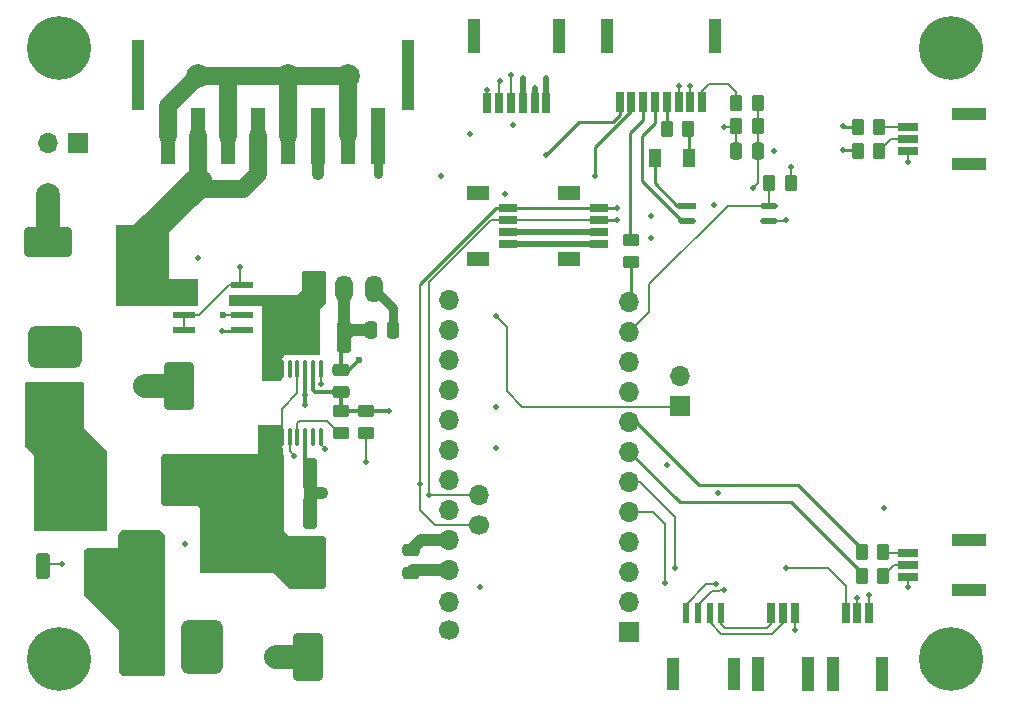
<source format=gtl>
%TF.GenerationSoftware,KiCad,Pcbnew,9.0.4*%
%TF.CreationDate,2025-11-20T14:20:26-08:00*%
%TF.ProjectId,camera_controller,63616d65-7261-45f6-936f-6e74726f6c6c,1.0*%
%TF.SameCoordinates,Original*%
%TF.FileFunction,Copper,L1,Top*%
%TF.FilePolarity,Positive*%
%FSLAX46Y46*%
G04 Gerber Fmt 4.6, Leading zero omitted, Abs format (unit mm)*
G04 Created by KiCad (PCBNEW 9.0.4) date 2025-11-20 14:20:26*
%MOMM*%
%LPD*%
G01*
G04 APERTURE LIST*
G04 Aperture macros list*
%AMRoundRect*
0 Rectangle with rounded corners*
0 $1 Rounding radius*
0 $2 $3 $4 $5 $6 $7 $8 $9 X,Y pos of 4 corners*
0 Add a 4 corners polygon primitive as box body*
4,1,4,$2,$3,$4,$5,$6,$7,$8,$9,$2,$3,0*
0 Add four circle primitives for the rounded corners*
1,1,$1+$1,$2,$3*
1,1,$1+$1,$4,$5*
1,1,$1+$1,$6,$7*
1,1,$1+$1,$8,$9*
0 Add four rect primitives between the rounded corners*
20,1,$1+$1,$2,$3,$4,$5,0*
20,1,$1+$1,$4,$5,$6,$7,0*
20,1,$1+$1,$6,$7,$8,$9,0*
20,1,$1+$1,$8,$9,$2,$3,0*%
G04 Aperture macros list end*
%TA.AperFunction,SMDPad,CuDef*%
%ADD10R,2.895600X1.092200*%
%TD*%
%TA.AperFunction,SMDPad,CuDef*%
%ADD11R,1.803400X0.660400*%
%TD*%
%TA.AperFunction,SMDPad,CuDef*%
%ADD12RoundRect,0.250000X-0.262500X-0.450000X0.262500X-0.450000X0.262500X0.450000X-0.262500X0.450000X0*%
%TD*%
%TA.AperFunction,SMDPad,CuDef*%
%ADD13R,0.600000X1.700000*%
%TD*%
%TA.AperFunction,SMDPad,CuDef*%
%ADD14R,1.000000X2.800000*%
%TD*%
%TA.AperFunction,SMDPad,CuDef*%
%ADD15R,1.092200X2.895600*%
%TD*%
%TA.AperFunction,SMDPad,CuDef*%
%ADD16R,0.660400X1.701800*%
%TD*%
%TA.AperFunction,SMDPad,CuDef*%
%ADD17RoundRect,0.250000X-1.000000X1.750000X-1.000000X-1.750000X1.000000X-1.750000X1.000000X1.750000X0*%
%TD*%
%TA.AperFunction,SMDPad,CuDef*%
%ADD18R,1.549400X0.660400*%
%TD*%
%TA.AperFunction,SMDPad,CuDef*%
%ADD19R,1.905000X1.295400*%
%TD*%
%TA.AperFunction,SMDPad,CuDef*%
%ADD20RoundRect,0.250000X0.250000X0.475000X-0.250000X0.475000X-0.250000X-0.475000X0.250000X-0.475000X0*%
%TD*%
%TA.AperFunction,SMDPad,CuDef*%
%ADD21RoundRect,0.250000X-0.325000X-1.100000X0.325000X-1.100000X0.325000X1.100000X-0.325000X1.100000X0*%
%TD*%
%TA.AperFunction,SMDPad,CuDef*%
%ADD22RoundRect,0.250000X0.262500X0.450000X-0.262500X0.450000X-0.262500X-0.450000X0.262500X-0.450000X0*%
%TD*%
%TA.AperFunction,ComponentPad*%
%ADD23R,1.500000X2.300000*%
%TD*%
%TA.AperFunction,ComponentPad*%
%ADD24O,1.500000X2.300000*%
%TD*%
%TA.AperFunction,ComponentPad*%
%ADD25R,1.700000X1.700000*%
%TD*%
%TA.AperFunction,ComponentPad*%
%ADD26O,1.700000X1.700000*%
%TD*%
%TA.AperFunction,SMDPad,CuDef*%
%ADD27R,1.300000X4.700000*%
%TD*%
%TA.AperFunction,SMDPad,CuDef*%
%ADD28R,1.100000X6.000000*%
%TD*%
%TA.AperFunction,SMDPad,CuDef*%
%ADD29RoundRect,0.250000X0.450000X-0.262500X0.450000X0.262500X-0.450000X0.262500X-0.450000X-0.262500X0*%
%TD*%
%TA.AperFunction,ComponentPad*%
%ADD30C,0.800000*%
%TD*%
%TA.AperFunction,ComponentPad*%
%ADD31C,5.400000*%
%TD*%
%TA.AperFunction,SMDPad,CuDef*%
%ADD32R,0.660400X1.803400*%
%TD*%
%TA.AperFunction,SMDPad,CuDef*%
%ADD33RoundRect,0.250000X1.000000X-1.750000X1.000000X1.750000X-1.000000X1.750000X-1.000000X-1.750000X0*%
%TD*%
%TA.AperFunction,SMDPad,CuDef*%
%ADD34RoundRect,0.250000X-0.450000X0.262500X-0.450000X-0.262500X0.450000X-0.262500X0.450000X0.262500X0*%
%TD*%
%TA.AperFunction,SMDPad,CuDef*%
%ADD35RoundRect,0.250000X1.750000X1.000000X-1.750000X1.000000X-1.750000X-1.000000X1.750000X-1.000000X0*%
%TD*%
%TA.AperFunction,SMDPad,CuDef*%
%ADD36RoundRect,0.250000X-0.250000X-0.475000X0.250000X-0.475000X0.250000X0.475000X-0.250000X0.475000X0*%
%TD*%
%TA.AperFunction,SMDPad,CuDef*%
%ADD37RoundRect,0.100000X0.100000X-0.637500X0.100000X0.637500X-0.100000X0.637500X-0.100000X-0.637500X0*%
%TD*%
%TA.AperFunction,SMDPad,CuDef*%
%ADD38R,1.981200X0.558800*%
%TD*%
%TA.AperFunction,ComponentPad*%
%ADD39RoundRect,0.500000X1.750000X-1.250000X1.750000X1.250000X-1.750000X1.250000X-1.750000X-1.250000X0*%
%TD*%
%TA.AperFunction,SMDPad,CuDef*%
%ADD40RoundRect,0.250000X-0.475000X0.250000X-0.475000X-0.250000X0.475000X-0.250000X0.475000X0.250000X0*%
%TD*%
%TA.AperFunction,ComponentPad*%
%ADD41C,1.700000*%
%TD*%
%TA.AperFunction,SMDPad,CuDef*%
%ADD42RoundRect,0.250000X-1.000000X1.400000X-1.000000X-1.400000X1.000000X-1.400000X1.000000X1.400000X0*%
%TD*%
%TA.AperFunction,ComponentPad*%
%ADD43RoundRect,0.500000X-1.250000X-1.750000X1.250000X-1.750000X1.250000X1.750000X-1.250000X1.750000X0*%
%TD*%
%TA.AperFunction,SMDPad,CuDef*%
%ADD44RoundRect,0.250000X0.475000X-0.250000X0.475000X0.250000X-0.475000X0.250000X-0.475000X-0.250000X0*%
%TD*%
%TA.AperFunction,SMDPad,CuDef*%
%ADD45R,1.104900X1.498600*%
%TD*%
%TA.AperFunction,SMDPad,CuDef*%
%ADD46R,1.524000X0.508000*%
%TD*%
%TA.AperFunction,SMDPad,CuDef*%
%ADD47O,1.524000X0.508000*%
%TD*%
%TA.AperFunction,SMDPad,CuDef*%
%ADD48RoundRect,0.250000X0.350000X-0.850000X0.350000X0.850000X-0.350000X0.850000X-0.350000X-0.850000X0*%
%TD*%
%TA.AperFunction,SMDPad,CuDef*%
%ADD49RoundRect,0.250000X1.125000X-1.275000X1.125000X1.275000X-1.125000X1.275000X-1.125000X-1.275000X0*%
%TD*%
%TA.AperFunction,SMDPad,CuDef*%
%ADD50RoundRect,0.249997X2.650003X-2.950003X2.650003X2.950003X-2.650003X2.950003X-2.650003X-2.950003X0*%
%TD*%
%TA.AperFunction,ViaPad*%
%ADD51C,2.000000*%
%TD*%
%TA.AperFunction,ViaPad*%
%ADD52C,0.510000*%
%TD*%
%TA.AperFunction,ViaPad*%
%ADD53C,0.600000*%
%TD*%
%TA.AperFunction,Conductor*%
%ADD54C,0.200000*%
%TD*%
%TA.AperFunction,Conductor*%
%ADD55C,0.500000*%
%TD*%
%TA.AperFunction,Conductor*%
%ADD56C,1.000000*%
%TD*%
%TA.AperFunction,Conductor*%
%ADD57C,2.000000*%
%TD*%
%TA.AperFunction,Conductor*%
%ADD58C,1.500000*%
%TD*%
%TA.AperFunction,Conductor*%
%ADD59C,0.300000*%
%TD*%
%TA.AperFunction,Conductor*%
%ADD60C,0.250000*%
%TD*%
%TA.AperFunction,Conductor*%
%ADD61C,2.500000*%
%TD*%
%TA.AperFunction,Conductor*%
%ADD62C,0.800000*%
%TD*%
G04 APERTURE END LIST*
D10*
%TO.P,J6,*%
%TO.N,*%
X100453600Y-65400002D03*
X100453600Y-69599998D03*
D11*
%TO.P,J6,1,1*%
%TO.N,GND*%
X95303600Y-68500001D03*
%TO.P,J6,2,2*%
%TO.N,Net-(J6-Pad2)*%
X95303600Y-67500000D03*
%TO.P,J6,3,3*%
%TO.N,Net-(J6-Pad3)*%
X95303600Y-66499999D03*
%TD*%
D12*
%TO.P,R25,1*%
%TO.N,AIN 1*%
X80787500Y-28350000D03*
%TO.P,R25,2*%
%TO.N,Net-(U5-AIN0)*%
X82612500Y-28350000D03*
%TD*%
D13*
%TO.P,J13,1,1*%
%TO.N,PCTx1*%
X76525000Y-71600000D03*
%TO.P,J13,2,2*%
%TO.N,PCRx1*%
X77525000Y-71600000D03*
%TO.P,J13,3,3*%
%TO.N,PCTx2*%
X78525000Y-71600000D03*
%TO.P,J13,4,4*%
%TO.N,PCRx2*%
X79525000Y-71600000D03*
D14*
%TO.P,J13,MP1,MP1*%
%TO.N,unconnected-(J13-PadMP1)*%
X75425000Y-76750000D03*
%TO.P,J13,MP2,MP2*%
%TO.N,unconnected-(J13-PadMP2)*%
X80625000Y-76750000D03*
%TD*%
D15*
%TO.P,J10,*%
%TO.N,*%
X69800000Y-22691426D03*
X79000000Y-22666660D03*
D16*
%TO.P,J10,1,1*%
%TO.N,Strobe EN OUT*%
X70900000Y-28300000D03*
%TO.P,J10,2,2*%
%TO.N,Strobe Trig Out*%
X71900000Y-28300000D03*
%TO.P,J10,3,3*%
%TO.N,MCU GPIO 1*%
X72900001Y-28300000D03*
%TO.P,J10,4,4*%
%TO.N,Ext Trig -*%
X73899999Y-28300000D03*
%TO.P,J10,5,5*%
%TO.N,Ext Trig +*%
X74900000Y-28300000D03*
%TO.P,J10,6,6*%
%TO.N,GND*%
X75900000Y-28300000D03*
%TO.P,J10,7,7*%
%TO.N,AIN 2*%
X76900000Y-28300000D03*
%TO.P,J10,8,8*%
%TO.N,AIN 1*%
X77900000Y-28300000D03*
%TD*%
D17*
%TO.P,C1,1*%
%TO.N,VCC*%
X44500000Y-67300000D03*
%TO.P,C1,2*%
%TO.N,GND*%
X44500000Y-75300000D03*
%TD*%
D18*
%TO.P,J8,1,1*%
%TO.N,GND*%
X69182201Y-40300000D03*
%TO.P,J8,2,2*%
%TO.N,+3.3V*%
X69182201Y-39299999D03*
%TO.P,J8,3,3*%
%TO.N,SDA*%
X69182201Y-38300001D03*
%TO.P,J8,4,4*%
%TO.N,SCL*%
X69182201Y-37300000D03*
D19*
%TO.P,J8,5*%
%TO.N,N/C*%
X66602201Y-41599999D03*
%TO.P,J8,6*%
X66602201Y-36000001D03*
%TD*%
D20*
%TO.P,C4,1*%
%TO.N,+5V_MCU*%
X51750000Y-47600000D03*
%TO.P,C4,2*%
%TO.N,GND*%
X49850000Y-47600000D03*
%TD*%
D21*
%TO.P,C17,1*%
%TO.N,VCC*%
X41725000Y-59800000D03*
%TO.P,C17,2*%
%TO.N,GND*%
X44675000Y-59800000D03*
%TD*%
%TO.P,C16,1*%
%TO.N,VCC*%
X41725000Y-63100000D03*
%TO.P,C16,2*%
%TO.N,GND*%
X44675000Y-63100000D03*
%TD*%
D22*
%TO.P,R15,1*%
%TO.N,Net-(J5-Pad2)*%
X92887500Y-32450000D03*
%TO.P,R15,2*%
%TO.N,CAM1 GPIO 1*%
X91062500Y-32450000D03*
%TD*%
%TO.P,R18,1*%
%TO.N,Net-(J6-Pad3)*%
X93212500Y-66400000D03*
%TO.P,R18,2*%
%TO.N,CAM 2 GPIO 2*%
X91387500Y-66400000D03*
%TD*%
D23*
%TO.P,U1,1,IN*%
%TO.N,VSS*%
X45053000Y-44107500D03*
D24*
%TO.P,U1,2,GND*%
%TO.N,GND*%
X47593000Y-44107500D03*
%TO.P,U1,3,OUT*%
%TO.N,+5V_MCU*%
X50133000Y-44107500D03*
%TD*%
D25*
%TO.P,J16,1,Pin_1*%
%TO.N,+5V_MCU*%
X25000000Y-31800000D03*
D26*
%TO.P,J16,2,Pin_2*%
%TO.N,GND*%
X22460000Y-31800000D03*
%TD*%
D22*
%TO.P,R17,1*%
%TO.N,Net-(J6-Pad2)*%
X93212500Y-68400000D03*
%TO.P,R17,2*%
%TO.N,CAM2 GPIO 1*%
X91387500Y-68400000D03*
%TD*%
D27*
%TO.P,J9,1,1*%
%TO.N,5V SW*%
X50420000Y-31150000D03*
%TO.P,J9,2,2*%
%TO.N,GND*%
X47880000Y-31150000D03*
%TO.P,J9,3,3*%
%TO.N,+5V_MCU*%
X45340000Y-31150000D03*
%TO.P,J9,4,4*%
%TO.N,GND*%
X42800000Y-31150000D03*
%TO.P,J9,5,5*%
%TO.N,VSS SW*%
X40260000Y-31150000D03*
%TO.P,J9,6,6*%
%TO.N,GND*%
X37720000Y-31150000D03*
%TO.P,J9,7,7*%
%TO.N,VSS SW*%
X35180000Y-31150000D03*
%TO.P,J9,8,8*%
%TO.N,GND*%
X32640000Y-31150000D03*
D28*
%TO.P,J9,MP1,MP1*%
%TO.N,unconnected-(J9-PadMP1)*%
X52960000Y-26000000D03*
%TO.P,J9,MP2,MP2*%
%TO.N,unconnected-(J9-PadMP2)*%
X30100000Y-26000000D03*
%TD*%
D18*
%TO.P,J7,1,1*%
%TO.N,GND*%
X61482200Y-40297799D03*
%TO.P,J7,2,2*%
%TO.N,+3.3V*%
X61482200Y-39297798D03*
%TO.P,J7,3,3*%
%TO.N,SDA*%
X61482200Y-38297800D03*
%TO.P,J7,4,4*%
%TO.N,SCL*%
X61482200Y-37297799D03*
D19*
%TO.P,J7,5*%
%TO.N,N/C*%
X58902200Y-41597798D03*
%TO.P,J7,6*%
X58902200Y-35997800D03*
%TD*%
D29*
%TO.P,R19,1*%
%TO.N,Net-(U4-A0)*%
X47300000Y-56312500D03*
%TO.P,R19,2*%
%TO.N,+3.3V*%
X47300000Y-54487500D03*
%TD*%
D30*
%TO.P,,1*%
%TO.N,N/C*%
X96915000Y-23735000D03*
X97508109Y-22303109D03*
X97508109Y-25166891D03*
X98940000Y-21710000D03*
D31*
X98940000Y-23735000D03*
D30*
X98940000Y-25760000D03*
X100371891Y-22303109D03*
X100371891Y-25166891D03*
X100965000Y-23735000D03*
%TD*%
D15*
%TO.P,J15,*%
%TO.N,*%
X93124996Y-76700000D03*
X88925000Y-76700000D03*
D32*
%TO.P,J15,1,1*%
%TO.N,ExtRx2*%
X90024997Y-71550000D03*
%TO.P,J15,2,2*%
%TO.N,ExtTx2*%
X91024998Y-71550000D03*
%TO.P,J15,3,3*%
%TO.N,GND*%
X92024999Y-71550000D03*
%TD*%
D33*
%TO.P,C2,1*%
%TO.N,VCC*%
X33600000Y-60300000D03*
%TO.P,C2,2*%
%TO.N,GND*%
X33600000Y-52300000D03*
%TD*%
D34*
%TO.P,R21,1*%
%TO.N,MCU GPIO 1*%
X71850000Y-39975000D03*
%TO.P,R21,2*%
%TO.N,Net-(U3-Pin_12)*%
X71850000Y-41800000D03*
%TD*%
D35*
%TO.P,C11,1*%
%TO.N,VSS SW*%
X30507500Y-40160000D03*
%TO.P,C11,2*%
%TO.N,GND*%
X22507500Y-40160000D03*
%TD*%
D12*
%TO.P,R26,1*%
%TO.N,GND*%
X80787500Y-30350000D03*
%TO.P,R26,2*%
%TO.N,Net-(U5-AIN0)*%
X82612500Y-30350000D03*
%TD*%
D21*
%TO.P,C3,1*%
%TO.N,VSS*%
X44625000Y-48200000D03*
%TO.P,C3,2*%
%TO.N,GND*%
X47575000Y-48200000D03*
%TD*%
D30*
%TO.P,,1*%
%TO.N,N/C*%
X21375000Y-75415000D03*
X21968109Y-73983109D03*
X21968109Y-76846891D03*
X23400000Y-73390000D03*
D31*
X23400000Y-75415000D03*
D30*
X23400000Y-77440000D03*
X24831891Y-73983109D03*
X24831891Y-76846891D03*
X25425000Y-75415000D03*
%TD*%
D36*
%TO.P,C13,1*%
%TO.N,GND*%
X80750000Y-32450000D03*
%TO.P,C13,2*%
%TO.N,Net-(U5-AIN0)*%
X82650000Y-32450000D03*
%TD*%
D37*
%TO.P,U4,1,IN+*%
%TO.N,VCC*%
X41025000Y-56662500D03*
%TO.P,U4,2,IN+*%
X41675000Y-56662500D03*
%TO.P,U4,3,IN+*%
X42325000Y-56662500D03*
%TO.P,U4,4,A1*%
%TO.N,Net-(U4-A1)*%
X42975000Y-56662500D03*
%TO.P,U4,5,A0*%
%TO.N,Net-(U4-A0)*%
X43625000Y-56662500D03*
%TO.P,U4,6,GND*%
%TO.N,GND*%
X44275000Y-56662500D03*
%TO.P,U4,7,ALERT*%
%TO.N,unconnected-(U4-ALERT-Pad7)*%
X44925000Y-56662500D03*
%TO.P,U4,8,SDA*%
%TO.N,SDA*%
X45575000Y-56662500D03*
%TO.P,U4,9,SCL*%
%TO.N,SCL*%
X45575000Y-50937500D03*
%TO.P,U4,10,VS*%
%TO.N,+3.3V*%
X44925000Y-50937500D03*
%TO.P,U4,11,GND*%
%TO.N,GND*%
X44275000Y-50937500D03*
%TO.P,U4,12,VBUS*%
%TO.N,VCC*%
X43625000Y-50937500D03*
%TO.P,U4,13,NC*%
%TO.N,unconnected-(U4-NC-Pad13)*%
X42975000Y-50937500D03*
%TO.P,U4,14,IN-*%
%TO.N,VSS*%
X42325000Y-50937500D03*
%TO.P,U4,15,IN-*%
X41675000Y-50937500D03*
%TO.P,U4,16,IN-*%
X41025000Y-50937500D03*
%TD*%
D10*
%TO.P,J5,*%
%TO.N,*%
X100478600Y-29350002D03*
X100478600Y-33549998D03*
D11*
%TO.P,J5,1,1*%
%TO.N,GND*%
X95328600Y-32450001D03*
%TO.P,J5,2,2*%
%TO.N,Net-(J5-Pad2)*%
X95328600Y-31450000D03*
%TO.P,J5,3,3*%
%TO.N,Net-(J5-Pad3)*%
X95328600Y-30449999D03*
%TD*%
D30*
%TO.P,,1*%
%TO.N,N/C*%
X96915000Y-75415000D03*
X97508109Y-73983109D03*
X97508109Y-76846891D03*
X98940000Y-73390000D03*
D31*
X98940000Y-75415000D03*
D30*
X98940000Y-77440000D03*
X100371891Y-73983109D03*
X100371891Y-76846891D03*
X100965000Y-75415000D03*
%TD*%
D38*
%TO.P,U6,1,S2*%
%TO.N,GND*%
X38963800Y-47626231D03*
%TO.P,U6,2,G2*%
%TO.N,Net-(U6-G2)*%
X38963800Y-46356231D03*
%TO.P,U6,3,S1*%
%TO.N,VSS*%
X38963800Y-45086231D03*
%TO.P,U6,4,G1*%
%TO.N,Net-(D2-A)*%
X38963800Y-43816231D03*
%TO.P,U6,5,D1*%
%TO.N,VSS SW*%
X34036200Y-43816231D03*
%TO.P,U6,6,D1*%
X34036200Y-45086231D03*
%TO.P,U6,7,D2*%
%TO.N,Net-(D2-A)*%
X34036200Y-46356231D03*
%TO.P,U6,8,D2*%
X34036200Y-47626231D03*
%TD*%
D39*
%TO.P,J12,1,Pin_1*%
%TO.N,Vin SW*%
X23062500Y-54000000D03*
%TO.P,J12,2,Pin_2*%
%TO.N,GND*%
X23062500Y-49000000D03*
%TD*%
D40*
%TO.P,C22,1*%
%TO.N,+3.3V*%
X53200000Y-66250000D03*
%TO.P,C22,2*%
%TO.N,GND*%
X53200000Y-68150000D03*
%TD*%
D15*
%TO.P,J11,*%
%TO.N,*%
X58600000Y-22744226D03*
X65800000Y-22744226D03*
D16*
%TO.P,J11,1,1*%
%TO.N,Force On*%
X59700000Y-28352800D03*
%TO.P,J11,2,2*%
%TO.N,P Switch*%
X60700000Y-28352800D03*
%TO.P,J11,3,3*%
%TO.N,Status LED*%
X61700001Y-28352800D03*
%TO.P,J11,4,4*%
%TO.N,GND*%
X62699999Y-28352800D03*
%TO.P,J11,5,5*%
%TO.N,+3.3V*%
X63700000Y-28352800D03*
%TO.P,J11,6,6*%
%TO.N,GND*%
X64700000Y-28352800D03*
%TD*%
D12*
%TO.P,R28,1*%
%TO.N,Ext Trig In*%
X83587500Y-35175000D03*
%TO.P,R28,2*%
%TO.N,+3.3V*%
X85412500Y-35175000D03*
%TD*%
D22*
%TO.P,R16,1*%
%TO.N,Net-(J5-Pad3)*%
X92887500Y-30450000D03*
%TO.P,R16,2*%
%TO.N,CAM 1 GPIO 2*%
X91062500Y-30450000D03*
%TD*%
D25*
%TO.P,U3,1,Pin_1*%
%TO.N,uCTx*%
X71725000Y-73125000D03*
D26*
%TO.P,U3,2,Pin_2*%
%TO.N,uCRx*%
X71725000Y-70585000D03*
%TO.P,U3,3,Pin_3*%
%TO.N,unconnected-(U3-Pin_3-Pad3)*%
X71725000Y-68045000D03*
%TO.P,U3,4,Pin_4*%
%TO.N,GND*%
X71725000Y-65505000D03*
%TO.P,U3,5,Pin_5*%
%TO.N,ext_uCRx*%
X71725000Y-62965000D03*
%TO.P,U3,6,Pin_6*%
%TO.N,ext_uCTx*%
X71725000Y-60425000D03*
%TO.P,U3,7,Pin_7*%
%TO.N,CAM2 GPIO 1*%
X71725000Y-57885000D03*
%TO.P,U3,8,Pin_8*%
%TO.N,CAM 2 GPIO 2*%
X71725000Y-55345000D03*
%TO.P,U3,9,Pin_9*%
%TO.N,CAM1 GPIO 1*%
X71725000Y-52805000D03*
%TO.P,U3,10,Pin_10*%
%TO.N,CAM 1 GPIO 2*%
X71725000Y-50265000D03*
%TO.P,U3,11,Pin_11*%
%TO.N,Ext Trig In*%
X71725000Y-47725000D03*
%TO.P,U3,12,Pin_12*%
%TO.N,Net-(U3-Pin_12)*%
X71725000Y-45185000D03*
%TO.P,U3,13,Pin_13*%
%TO.N,Strobe Trig*%
X56485000Y-45055000D03*
%TO.P,U3,14,Pin_14*%
%TO.N,Net-(U3-Pin_14)*%
X56485000Y-47595000D03*
%TO.P,U3,15,Pin_15*%
%TO.N,Force On*%
X56485000Y-50135000D03*
%TO.P,U3,16,Pin_16*%
%TO.N,P Switch*%
X56485000Y-52675000D03*
%TO.P,U3,17,Pin_17*%
%TO.N,Status LED*%
X56485000Y-55215000D03*
%TO.P,U3,18,Pin_18*%
%TO.N,5V EN*%
X56485000Y-57755000D03*
%TO.P,U3,19,Pin_19*%
%TO.N,VSS SW EN*%
X56485000Y-60295000D03*
%TO.P,U3,20,Pin_20*%
%TO.N,Strobe EN*%
X56485000Y-62835000D03*
%TO.P,U3,21,Pin_21*%
%TO.N,+3.3V*%
X56485000Y-65375000D03*
%TO.P,U3,22,Pin_22*%
%TO.N,GND*%
X56485000Y-67915000D03*
%TO.P,U3,23,Pin_23*%
X56485000Y-70585000D03*
D41*
%TO.P,U3,24,Pin_24*%
%TO.N,+5V_MCU*%
X56485000Y-72995000D03*
D26*
%TO.P,U3,25,Pin_25*%
%TO.N,SDA*%
X59025000Y-61565000D03*
D41*
%TO.P,U3,26,Pin_26*%
%TO.N,SCL*%
X59025000Y-64105000D03*
%TD*%
D15*
%TO.P,J14,*%
%TO.N,*%
X86824996Y-76725000D03*
X82625000Y-76725000D03*
D32*
%TO.P,J14,1,1*%
%TO.N,PCRx2*%
X83724997Y-71575000D03*
%TO.P,J14,2,2*%
%TO.N,PCTx2*%
X84724998Y-71575000D03*
%TO.P,J14,3,3*%
%TO.N,GND*%
X85724999Y-71575000D03*
%TD*%
D30*
%TO.P,,1*%
%TO.N,N/C*%
X21375000Y-23735000D03*
X21968109Y-22303109D03*
X21968109Y-25166891D03*
X23400000Y-21710000D03*
D31*
X23400000Y-23735000D03*
D30*
X23400000Y-25760000D03*
X24831891Y-22303109D03*
X24831891Y-25166891D03*
X25425000Y-23735000D03*
%TD*%
D12*
%TO.P,R27,1*%
%TO.N,Ext Trig +*%
X74887500Y-30600000D03*
%TO.P,R27,2*%
%TO.N,Net-(CR2-Pad2)*%
X76712500Y-30600000D03*
%TD*%
D42*
%TO.P,CR1,1*%
%TO.N,VCC*%
X36900000Y-66400000D03*
%TO.P,CR1,2*%
%TO.N,VIN*%
X30100000Y-66400000D03*
%TD*%
D43*
%TO.P,J1,1,Pin_1*%
%TO.N,VIN*%
X30500000Y-74400000D03*
%TO.P,J1,2,Pin_2*%
%TO.N,GND*%
X35500000Y-74400000D03*
%TD*%
D44*
%TO.P,C9,1*%
%TO.N,+3.3V*%
X47300000Y-52850000D03*
%TO.P,C9,2*%
%TO.N,GND*%
X47300000Y-50950000D03*
%TD*%
D25*
%TO.P,J17,1,Pin_1*%
%TO.N,MCU GPIO 2*%
X76050000Y-54000000D03*
D26*
%TO.P,J17,2,Pin_2*%
%TO.N,GND*%
X76050000Y-51460000D03*
%TD*%
D45*
%TO.P,CR2,1*%
%TO.N,Net-(U7-ANODE)*%
X73908550Y-33000000D03*
%TO.P,CR2,2*%
%TO.N,Net-(CR2-Pad2)*%
X76791450Y-33000000D03*
%TD*%
D46*
%TO.P,U7,1,ANODE*%
%TO.N,Net-(U7-ANODE)*%
X76575400Y-37065000D03*
D47*
%TO.P,U7,2,CATHODE*%
%TO.N,Ext Trig -*%
X76575400Y-38335000D03*
%TO.P,U7,3,EMITTER*%
%TO.N,GND*%
X83585800Y-38335000D03*
%TO.P,U7,4,COLLECTOR*%
%TO.N,Ext Trig In*%
X83585800Y-37065000D03*
%TD*%
D29*
%TO.P,R20,1*%
%TO.N,Net-(U4-A1)*%
X49400000Y-56312500D03*
%TO.P,R20,2*%
%TO.N,+3.3V*%
X49400000Y-54487500D03*
%TD*%
D48*
%TO.P,Q1,1,G*%
%TO.N,Net-(D1-A)*%
X22095000Y-67580000D03*
D49*
%TO.P,Q1,2,D*%
%TO.N,Vin SW*%
X22850000Y-62955000D03*
X25900000Y-62955000D03*
D50*
X24375000Y-61280000D03*
D49*
X22850000Y-59605000D03*
X25900000Y-59605000D03*
D48*
%TO.P,Q1,3,S*%
%TO.N,VIN*%
X26655000Y-67580000D03*
%TD*%
D51*
%TO.N,GND*%
X30700000Y-52300000D03*
D52*
X34075000Y-65677500D03*
X95328600Y-33400000D03*
X62700000Y-26250000D03*
X93300000Y-62700000D03*
X92024999Y-70000000D03*
X64700000Y-26275000D03*
X79750000Y-30400000D03*
D51*
X42800000Y-26100000D03*
X22500000Y-36200000D03*
X41800000Y-75300000D03*
D52*
X44275000Y-53975000D03*
X37225000Y-47700000D03*
X83950000Y-32450000D03*
D51*
X47900000Y-26075000D03*
D52*
X95303600Y-69350002D03*
X61200000Y-36100000D03*
X67550000Y-40300000D03*
X78850000Y-37050000D03*
D51*
X35200000Y-26100000D03*
D52*
X45700000Y-61400000D03*
X79250000Y-61425000D03*
X61900000Y-30200000D03*
X35212500Y-41508731D03*
X44274997Y-53100000D03*
X85725000Y-72975000D03*
D53*
X48850000Y-50100000D03*
D52*
X84950000Y-38325000D03*
X73550000Y-39800000D03*
X75900000Y-26900000D03*
%TO.N,+3.3V*%
X73550000Y-37950000D03*
X58200000Y-31000000D03*
X60475000Y-54125000D03*
X66500000Y-39300000D03*
X74900000Y-59050000D03*
X60425000Y-57587500D03*
X51375000Y-54450000D03*
X63700000Y-27100000D03*
X59050000Y-69350000D03*
X85425000Y-33800000D03*
%TO.N,AIN 2*%
X76900000Y-26950000D03*
%TO.N,Net-(U5-AIN0)*%
X82191268Y-35583732D03*
%TO.N,VIN*%
X25925000Y-66700000D03*
X25925000Y-67500000D03*
X26625000Y-67500000D03*
X27325000Y-68300000D03*
X26625000Y-68300000D03*
X26625000Y-66700000D03*
X27325000Y-67500000D03*
X25925000Y-68300000D03*
X26625000Y-69100000D03*
X27325000Y-66700000D03*
X27325000Y-69100000D03*
X25925000Y-69100000D03*
%TO.N,Net-(D1-A)*%
X23655000Y-67420000D03*
%TO.N,Vin SW*%
X23425000Y-61700000D03*
X24425000Y-63600000D03*
X25425000Y-62600000D03*
X26425000Y-62600000D03*
X22325000Y-59900000D03*
X26425000Y-61700000D03*
X24425000Y-61700000D03*
X25425000Y-63600000D03*
X24425000Y-62600000D03*
X22325000Y-63600000D03*
X26425000Y-59000000D03*
X23425000Y-60800000D03*
X26425000Y-60800000D03*
X22325000Y-62600000D03*
X26425000Y-63600000D03*
X25425000Y-61700000D03*
X25425000Y-59000000D03*
X22325000Y-59000000D03*
X23425000Y-63600000D03*
X25425000Y-60800000D03*
X24425000Y-60800000D03*
X23425000Y-62600000D03*
X22325000Y-61700000D03*
X23425000Y-59000000D03*
X26425000Y-59900000D03*
X25425000Y-59900000D03*
X23425000Y-59900000D03*
X22325000Y-60800000D03*
X24425000Y-59900000D03*
X24425000Y-59000000D03*
%TO.N,Net-(D2-A)*%
X38725000Y-42300000D03*
%TO.N,SCL*%
X70650000Y-37300000D03*
X54025000Y-60657538D03*
X45600000Y-52200000D03*
%TO.N,SDA*%
X45950000Y-57650000D03*
X70650000Y-38300000D03*
X54800000Y-61575000D03*
%TO.N,Net-(U4-A1)*%
X49400000Y-58800000D03*
X43350000Y-58250000D03*
%TO.N,5V SW*%
X50400000Y-34400000D03*
%TO.N,Strobe Trig Out*%
X68850000Y-34550000D03*
%TO.N,Strobe EN OUT*%
X64700000Y-32750000D03*
%TO.N,P Switch*%
X60775000Y-26555000D03*
%TO.N,Status LED*%
X61725000Y-26000000D03*
%TO.N,Force On*%
X59700000Y-27250000D03*
%TO.N,CAM1 GPIO 1*%
X89825000Y-32400000D03*
%TO.N,CAM 1 GPIO 2*%
X89850000Y-30350000D03*
D53*
%TO.N,Net-(U6-G2)*%
X37281231Y-46356231D03*
D52*
%TO.N,+5V_MCU*%
X55800000Y-34575000D03*
X45325000Y-34400000D03*
%TO.N,PCTx1*%
X79046801Y-69138118D03*
%TO.N,PCRx1*%
X79700000Y-69600000D03*
%TO.N,ExtRx2*%
X85025000Y-67775000D03*
%TO.N,ExtTx2*%
X91025000Y-70250000D03*
%TO.N,ext_uCTx*%
X75625000Y-67775000D03*
%TO.N,ext_uCRx*%
X74725000Y-69025000D03*
%TO.N,MCU GPIO 2*%
X60400000Y-46400000D03*
%TD*%
D54*
%TO.N,VCC*%
X43625000Y-52950000D02*
X43625000Y-50937500D01*
X42325000Y-54250000D02*
X43625000Y-52950000D01*
X42325000Y-56662500D02*
X42325000Y-54250000D01*
D55*
%TO.N,GND*%
X69182201Y-40300000D02*
X67550000Y-40300000D01*
D54*
X95328600Y-33400000D02*
X95328600Y-32450001D01*
D56*
X48175000Y-47600000D02*
X47575000Y-48200000D01*
D57*
X22500000Y-39800000D02*
X22500000Y-36200000D01*
D58*
X42800000Y-26100000D02*
X42800000Y-31150000D01*
D59*
X47300000Y-48475000D02*
X47575000Y-48200000D01*
D60*
X37225000Y-47700000D02*
X38890031Y-47700000D01*
D54*
X83585800Y-38335000D02*
X84940000Y-38335000D01*
D60*
X38890031Y-47700000D02*
X38963800Y-47626231D01*
D58*
X35200000Y-26100000D02*
X42800000Y-26100000D01*
D59*
X44275000Y-53099997D02*
X44275000Y-50937500D01*
D58*
X47900000Y-26075000D02*
X47875000Y-26100000D01*
D57*
X41800000Y-75300000D02*
X44500000Y-75300000D01*
D56*
X47575000Y-48200000D02*
X47575000Y-44125500D01*
D58*
X32640000Y-28660000D02*
X32640000Y-31150000D01*
D54*
X84940000Y-38335000D02*
X84950000Y-38325000D01*
D55*
X64700000Y-28352800D02*
X64700000Y-26275000D01*
D56*
X45700000Y-61400000D02*
X44775000Y-61400000D01*
D58*
X37700000Y-31130000D02*
X37700000Y-26140000D01*
D55*
X62700000Y-26250000D02*
X62699999Y-26250001D01*
D59*
X47300000Y-50950000D02*
X47300000Y-48475000D01*
D58*
X35200000Y-26100000D02*
X32640000Y-28660000D01*
X37720000Y-31150000D02*
X37700000Y-31130000D01*
D55*
X67547799Y-40297799D02*
X61482200Y-40297799D01*
D59*
X47300000Y-50950000D02*
X48000000Y-50950000D01*
D56*
X53435000Y-67915000D02*
X53200000Y-68150000D01*
X44675000Y-61300000D02*
X44675000Y-63100000D01*
D54*
X85724999Y-71575000D02*
X85724999Y-72974999D01*
D59*
X44275000Y-56662500D02*
X44275000Y-59400000D01*
D55*
X62699999Y-26250001D02*
X62699999Y-28352800D01*
D56*
X44675000Y-59800000D02*
X44675000Y-61300000D01*
D54*
X92024999Y-70000000D02*
X92024999Y-71550000D01*
D58*
X47900000Y-26075000D02*
X47900000Y-31130000D01*
D54*
X75900000Y-28300000D02*
X75900000Y-26900000D01*
X95303600Y-69350002D02*
X95303600Y-68500001D01*
X44275000Y-53975000D02*
X44274997Y-53974997D01*
X85724999Y-72974999D02*
X85725000Y-72975000D01*
X79750000Y-30400000D02*
X80750000Y-30400000D01*
D57*
X30700000Y-52300000D02*
X33600000Y-52300000D01*
D54*
X80750000Y-30400000D02*
X80750000Y-32400000D01*
D59*
X48000000Y-50950000D02*
X48850000Y-50100000D01*
D54*
X44274997Y-53100000D02*
X44275000Y-53099997D01*
D56*
X47575000Y-44125500D02*
X47593000Y-44107500D01*
D54*
X44275000Y-59400000D02*
X44675000Y-59800000D01*
D56*
X56485000Y-67915000D02*
X53435000Y-67915000D01*
D55*
X67550000Y-40300000D02*
X67547799Y-40297799D01*
D58*
X47875000Y-26100000D02*
X42800000Y-26100000D01*
D56*
X44775000Y-61400000D02*
X44675000Y-61300000D01*
X47900000Y-31130000D02*
X47880000Y-31150000D01*
X49850000Y-47600000D02*
X48175000Y-47600000D01*
D59*
X44274997Y-53974997D02*
X44274997Y-53100000D01*
D54*
%TO.N,VSS*%
X38122537Y-45086231D02*
X38963800Y-45086231D01*
D55*
%TO.N,+3.3V*%
X69182201Y-39299999D02*
X66500001Y-39299999D01*
D56*
X56485000Y-65375000D02*
X54075000Y-65375000D01*
D59*
X45125000Y-52850000D02*
X47300000Y-52850000D01*
D55*
X66500001Y-39299999D02*
X66500000Y-39300000D01*
D59*
X51337500Y-54487500D02*
X49400000Y-54487500D01*
X49400000Y-54487500D02*
X47300000Y-54487500D01*
X47300000Y-52850000D02*
X47300000Y-54487500D01*
D55*
X66500000Y-39300000D02*
X66497798Y-39297798D01*
X63700000Y-28352800D02*
X63700000Y-27100000D01*
D59*
X44925000Y-52650000D02*
X45125000Y-52850000D01*
D55*
X66497798Y-39297798D02*
X61482200Y-39297798D01*
D56*
X54075000Y-65375000D02*
X53200000Y-66250000D01*
D54*
X85412500Y-33812500D02*
X85425000Y-33800000D01*
X85412500Y-35175000D02*
X85412500Y-33812500D01*
X51375000Y-54450000D02*
X51337500Y-54487500D01*
D59*
X44925000Y-50937500D02*
X44925000Y-52650000D01*
D54*
%TO.N,AIN 2*%
X76900000Y-28300000D02*
X76900000Y-26950000D01*
%TO.N,AIN 1*%
X78500000Y-26800000D02*
X80100000Y-26800000D01*
X80100000Y-26800000D02*
X80787500Y-27487500D01*
X77900000Y-27400000D02*
X78500000Y-26800000D01*
X80787500Y-27487500D02*
X80787500Y-28400000D01*
X77900000Y-28300000D02*
X77900000Y-27400000D01*
%TO.N,Net-(U5-AIN0)*%
X82650000Y-35125000D02*
X82650000Y-32450000D01*
X82612500Y-28350000D02*
X82612500Y-30350000D01*
X82191268Y-35583732D02*
X82650000Y-35125000D01*
X82612500Y-30537500D02*
X82650000Y-30575000D01*
X82650000Y-30575000D02*
X82650000Y-32450000D01*
X82612500Y-30350000D02*
X82612500Y-30537500D01*
%TO.N,Net-(D1-A)*%
X22255000Y-67420000D02*
X22095000Y-67580000D01*
X23655000Y-67420000D02*
X22255000Y-67420000D01*
D60*
%TO.N,Net-(CR2-Pad2)*%
X76791450Y-33000000D02*
X76791450Y-30678950D01*
X76791450Y-30678950D02*
X76712500Y-30600000D01*
%TO.N,Net-(U7-ANODE)*%
X75790000Y-37065000D02*
X76575400Y-37065000D01*
X73908550Y-33000000D02*
X73908550Y-35183550D01*
X73908550Y-35183550D02*
X75790000Y-37065000D01*
D54*
%TO.N,Net-(D2-A)*%
X35318769Y-46356231D02*
X34036200Y-46356231D01*
X38725000Y-42300000D02*
X38725000Y-43577431D01*
X38963800Y-43816231D02*
X37858769Y-43816231D01*
X34036200Y-46356231D02*
X34036200Y-47626231D01*
X38725000Y-43577431D02*
X38963800Y-43816231D01*
X37858769Y-43816231D02*
X35318769Y-46356231D01*
%TO.N,SCL*%
X54025000Y-60657538D02*
X54025000Y-62850000D01*
X45575000Y-52175000D02*
X45575000Y-50937500D01*
D60*
X68947799Y-37297799D02*
X61482200Y-37297799D01*
D54*
X55280000Y-64105000D02*
X59025000Y-64105000D01*
X54025000Y-62850000D02*
X55280000Y-64105000D01*
D60*
X69182201Y-37300000D02*
X70650000Y-37300000D01*
D54*
X45600000Y-52200000D02*
X45575000Y-52175000D01*
D60*
X54025000Y-43673757D02*
X60400958Y-37297799D01*
X69182201Y-37300000D02*
X68950000Y-37300000D01*
X68950000Y-37300000D02*
X68947799Y-37297799D01*
X60400958Y-37297799D02*
X61482200Y-37297799D01*
D54*
X54025000Y-60657538D02*
X54025000Y-43673757D01*
%TO.N,SDA*%
X54775000Y-43524798D02*
X60001998Y-38297800D01*
X69180000Y-38297800D02*
X69182201Y-38300001D01*
X54775000Y-61550000D02*
X54775000Y-43524798D01*
X54800000Y-61575000D02*
X54810000Y-61565000D01*
X60001998Y-38297800D02*
X61482200Y-38297800D01*
X54810000Y-61565000D02*
X59025000Y-61565000D01*
X61482200Y-38297800D02*
X69180000Y-38297800D01*
X54800000Y-61575000D02*
X54775000Y-61550000D01*
D60*
X70649999Y-38300001D02*
X70650000Y-38300000D01*
X69182201Y-38300001D02*
X70649999Y-38300001D01*
D54*
X45575000Y-56662500D02*
X45575000Y-57275000D01*
X45575000Y-57275000D02*
X45950000Y-57650000D01*
%TO.N,Net-(U4-A0)*%
X47112500Y-56312500D02*
X46100000Y-55300000D01*
X46100000Y-55300000D02*
X43800000Y-55300000D01*
X43625000Y-55475000D02*
X43625000Y-56662500D01*
X43800000Y-55300000D02*
X43625000Y-55475000D01*
X47300000Y-56312500D02*
X47112500Y-56312500D01*
%TO.N,Net-(U4-A1)*%
X49400000Y-56312500D02*
X49400000Y-58800000D01*
X42975000Y-57875000D02*
X42975000Y-56662500D01*
X43350000Y-58250000D02*
X42975000Y-57875000D01*
D60*
%TO.N,MCU GPIO 1*%
X71800000Y-30950000D02*
X71800000Y-39925000D01*
X72900001Y-28300000D02*
X72900001Y-29849999D01*
X72900001Y-29849999D02*
X71800000Y-30950000D01*
X71800000Y-39925000D02*
X71850000Y-39975000D01*
D54*
%TO.N,Net-(J5-Pad3)*%
X92887500Y-30450000D02*
X95328599Y-30450000D01*
X95328599Y-30450000D02*
X95328600Y-30449999D01*
%TO.N,Net-(J5-Pad2)*%
X93887500Y-31450000D02*
X95328600Y-31450000D01*
X92887500Y-32450000D02*
X93887500Y-31450000D01*
%TO.N,Net-(J6-Pad3)*%
X93462500Y-66400000D02*
X93562500Y-66500000D01*
X93312499Y-66499999D02*
X95303600Y-66499999D01*
X93212500Y-66400000D02*
X93312499Y-66499999D01*
%TO.N,Net-(J6-Pad2)*%
X94112500Y-67500000D02*
X95303600Y-67500000D01*
X93212500Y-68400000D02*
X94112500Y-67500000D01*
D58*
%TO.N,VSS SW*%
X38970000Y-35650000D02*
X35710000Y-35650000D01*
X35180000Y-31150000D02*
X35180000Y-35120000D01*
D61*
X35180000Y-35120000D02*
X30500000Y-39800000D01*
D58*
X40260000Y-34360000D02*
X38970000Y-35650000D01*
X40260000Y-31150000D02*
X40260000Y-34360000D01*
X35710000Y-35650000D02*
X35180000Y-35120000D01*
D62*
%TO.N,5V SW*%
X50400000Y-31170000D02*
X50420000Y-31150000D01*
X50400000Y-34400000D02*
X50400000Y-31170000D01*
D60*
%TO.N,Strobe Trig Out*%
X68850000Y-32086396D02*
X71900000Y-29036396D01*
X71900000Y-29036396D02*
X71900000Y-28300000D01*
X68850000Y-34550000D02*
X68850000Y-32086396D01*
%TO.N,Strobe EN OUT*%
X70900000Y-29400000D02*
X70900000Y-28300000D01*
X67450000Y-30000000D02*
X70300000Y-30000000D01*
X70300000Y-30000000D02*
X70900000Y-29400000D01*
X64700000Y-32750000D02*
X67450000Y-30000000D01*
D54*
%TO.N,P Switch*%
X60775000Y-26555000D02*
X60700000Y-26630000D01*
X60700000Y-26630000D02*
X60700000Y-28352800D01*
%TO.N,Status LED*%
X61725000Y-26000000D02*
X61700001Y-26024999D01*
X61700001Y-26024999D02*
X61700001Y-28352800D01*
%TO.N,Force On*%
X59700000Y-27250000D02*
X59700000Y-28352800D01*
D60*
%TO.N,CAM1 GPIO 1*%
X91387500Y-32400000D02*
X89825000Y-32400000D01*
%TO.N,CAM 1 GPIO 2*%
X89900000Y-30400000D02*
X91387500Y-30400000D01*
X89850000Y-30350000D02*
X89900000Y-30400000D01*
%TO.N,CAM2 GPIO 1*%
X91387500Y-68400000D02*
X91387500Y-68150000D01*
X91387500Y-68150000D02*
X85412500Y-62175000D01*
X76015000Y-62175000D02*
X71725000Y-57885000D01*
X85412500Y-62175000D02*
X76015000Y-62175000D01*
%TO.N,CAM 2 GPIO 2*%
X72270000Y-55345000D02*
X71725000Y-55345000D01*
X77650000Y-60725000D02*
X72270000Y-55345000D01*
X85962500Y-60725000D02*
X77650000Y-60725000D01*
X91387500Y-66400000D02*
X91387500Y-66150000D01*
X91387500Y-66150000D02*
X85962500Y-60725000D01*
%TO.N,Ext Trig +*%
X74887500Y-30600000D02*
X74887500Y-28312500D01*
X74887500Y-28312500D02*
X74900000Y-28300000D01*
D54*
%TO.N,Ext Trig In*%
X83585800Y-35176700D02*
X83587500Y-35175000D01*
X73375000Y-43725000D02*
X73375000Y-46075000D01*
X73375000Y-46075000D02*
X71725000Y-47725000D01*
X83585800Y-37065000D02*
X80035000Y-37065000D01*
X80035000Y-37065000D02*
X73375000Y-43725000D01*
X83585800Y-37065000D02*
X83585800Y-35176700D01*
%TO.N,Net-(U6-G2)*%
X37281231Y-46356231D02*
X38963800Y-46356231D01*
D60*
%TO.N,Ext Trig -*%
X73899999Y-30100001D02*
X72800000Y-31200000D01*
X72800000Y-31200000D02*
X72800000Y-34955600D01*
X72800000Y-34955600D02*
X76179400Y-38335000D01*
X73899999Y-28300000D02*
X73899999Y-30100001D01*
X76179400Y-38335000D02*
X76575400Y-38335000D01*
D56*
%TO.N,+5V_MCU*%
X45325000Y-31165000D02*
X45340000Y-31150000D01*
D62*
X50133000Y-44107500D02*
X51750000Y-45724500D01*
D56*
X45325000Y-34400000D02*
X45325000Y-31165000D01*
D62*
X51750000Y-45724500D02*
X51750000Y-47600000D01*
D60*
%TO.N,Net-(U3-Pin_12)*%
X71850000Y-45060000D02*
X71725000Y-45185000D01*
X71850000Y-41800000D02*
X71850000Y-45060000D01*
D54*
%TO.N,PCTx1*%
X76525000Y-70850000D02*
X76525000Y-71600000D01*
X79046801Y-69138118D02*
X78236882Y-69138118D01*
X78236882Y-69138118D02*
X76525000Y-70850000D01*
%TO.N,PCTx2*%
X78525000Y-71600000D02*
X78525000Y-72350000D01*
X78525000Y-72350000D02*
X79525000Y-73350000D01*
X79525000Y-73350000D02*
X83781897Y-73350000D01*
X84724998Y-72406899D02*
X84724998Y-71575000D01*
X83781897Y-73350000D02*
X84724998Y-72406899D01*
%TO.N,PCRx1*%
X79700000Y-69600000D02*
X79433448Y-69600000D01*
X79295330Y-69738118D02*
X78686882Y-69738118D01*
X77525000Y-70900000D02*
X77525000Y-71600000D01*
X79433448Y-69600000D02*
X79295330Y-69738118D01*
X78686882Y-69738118D02*
X77525000Y-70900000D01*
%TO.N,PCRx2*%
X79525000Y-72500000D02*
X79825000Y-72800000D01*
X83375000Y-72800000D02*
X83724997Y-72450003D01*
X83724997Y-72450003D02*
X83724997Y-71575000D01*
X79525000Y-71600000D02*
X79525000Y-72500000D01*
X79825000Y-72800000D02*
X83375000Y-72800000D01*
%TO.N,ExtRx2*%
X88525000Y-67775000D02*
X85025000Y-67775000D01*
X90024997Y-69274997D02*
X88525000Y-67775000D01*
X90024997Y-71550000D02*
X90024997Y-69274997D01*
%TO.N,ExtTx2*%
X91024998Y-71550000D02*
X91024998Y-70250002D01*
X91024998Y-70250002D02*
X91025000Y-70250000D01*
%TO.N,ext_uCTx*%
X75625000Y-67775000D02*
X75625000Y-63450000D01*
X72600000Y-60425000D02*
X71725000Y-60425000D01*
X75625000Y-63450000D02*
X72600000Y-60425000D01*
%TO.N,ext_uCRx*%
X73699314Y-62965000D02*
X71725000Y-62965000D01*
X74725000Y-63990686D02*
X73699314Y-62965000D01*
X74725000Y-69025000D02*
X74725000Y-63990686D01*
%TO.N,MCU GPIO 2*%
X60400000Y-46400000D02*
X61375000Y-47375000D01*
X75975000Y-54075000D02*
X76050000Y-54000000D01*
X61375000Y-47375000D02*
X61375000Y-52775000D01*
X61375000Y-52775000D02*
X62675000Y-54075000D01*
X62675000Y-54075000D02*
X75975000Y-54075000D01*
%TD*%
%TA.AperFunction,Conductor*%
%TO.N,Vin SW*%
G36*
X25468039Y-52019685D02*
G01*
X25513794Y-52072489D01*
X25525000Y-52124000D01*
X25525000Y-55900000D01*
X27438681Y-57813681D01*
X27472166Y-57875004D01*
X27475000Y-57901362D01*
X27475000Y-64476000D01*
X27455315Y-64543039D01*
X27402511Y-64588794D01*
X27351000Y-64600000D01*
X21399000Y-64600000D01*
X21331961Y-64580315D01*
X21286206Y-64527511D01*
X21275000Y-64476000D01*
X21275000Y-58150000D01*
X20611319Y-57486319D01*
X20577834Y-57424996D01*
X20575000Y-57398638D01*
X20575000Y-52124000D01*
X20594685Y-52056961D01*
X20647489Y-52011206D01*
X20699000Y-52000000D01*
X25401000Y-52000000D01*
X25468039Y-52019685D01*
G37*
%TD.AperFunction*%
%TD*%
%TA.AperFunction,Conductor*%
%TO.N,VSS SW*%
G36*
X32668039Y-38719685D02*
G01*
X32713794Y-38772489D01*
X32725000Y-38824000D01*
X32725000Y-43200000D01*
X32825000Y-43300000D01*
X35101000Y-43300000D01*
X35168039Y-43319685D01*
X35213794Y-43372489D01*
X35225000Y-43424000D01*
X35225000Y-45454447D01*
X35205315Y-45521486D01*
X35152511Y-45567241D01*
X35087748Y-45577736D01*
X35074673Y-45576331D01*
X35074667Y-45576331D01*
X32997729Y-45576331D01*
X32997723Y-45576332D01*
X32938118Y-45582739D01*
X32924011Y-45588000D01*
X32912800Y-45592182D01*
X32869469Y-45600000D01*
X28349000Y-45600000D01*
X28281961Y-45580315D01*
X28236206Y-45527511D01*
X28225000Y-45476000D01*
X28225000Y-38824000D01*
X28244685Y-38756961D01*
X28297489Y-38711206D01*
X28349000Y-38700000D01*
X32601000Y-38700000D01*
X32668039Y-38719685D01*
G37*
%TD.AperFunction*%
%TD*%
%TA.AperFunction,Conductor*%
%TO.N,VIN*%
G36*
X31930677Y-64539685D02*
G01*
X31951319Y-64556319D01*
X32398681Y-65003681D01*
X32432166Y-65065004D01*
X32435000Y-65091362D01*
X32435000Y-76617085D01*
X32425999Y-76647735D01*
X32418544Y-76678813D01*
X32415871Y-76682229D01*
X32415315Y-76684124D01*
X32396796Y-76706611D01*
X32230972Y-76865526D01*
X32168951Y-76897699D01*
X32145176Y-76900000D01*
X28926362Y-76900000D01*
X28859323Y-76880315D01*
X28838681Y-76863681D01*
X28551319Y-76576319D01*
X28517834Y-76514996D01*
X28515000Y-76488638D01*
X28515000Y-73050000D01*
X25601319Y-70136319D01*
X25567834Y-70074996D01*
X25565000Y-70048638D01*
X25565000Y-66331362D01*
X25573644Y-66301921D01*
X25580168Y-66271935D01*
X25583922Y-66266919D01*
X25584685Y-66264323D01*
X25601319Y-66243681D01*
X25718681Y-66126319D01*
X25780004Y-66092834D01*
X25806362Y-66090000D01*
X28455000Y-66090000D01*
X28455000Y-64951362D01*
X28474685Y-64884323D01*
X28491319Y-64863681D01*
X28798681Y-64556319D01*
X28860004Y-64522834D01*
X28886362Y-64520000D01*
X31863638Y-64520000D01*
X31930677Y-64539685D01*
G37*
%TD.AperFunction*%
%TD*%
%TA.AperFunction,Conductor*%
%TO.N,VSS*%
G36*
X45968039Y-42619685D02*
G01*
X46013794Y-42672489D01*
X46025000Y-42724000D01*
X46025000Y-45348529D01*
X46005315Y-45415568D01*
X45988550Y-45436341D01*
X45523500Y-45899999D01*
X45523500Y-45900000D01*
X45524990Y-49575950D01*
X45505333Y-49642997D01*
X45452547Y-49688773D01*
X45400990Y-49700000D01*
X45076048Y-49700000D01*
X45067937Y-49699734D01*
X45064367Y-49699500D01*
X44785636Y-49699500D01*
X44782082Y-49699734D01*
X44773970Y-49700000D01*
X44426048Y-49700000D01*
X44417937Y-49699734D01*
X44414367Y-49699500D01*
X44135636Y-49699500D01*
X44132082Y-49699734D01*
X44123970Y-49700000D01*
X43776048Y-49700000D01*
X43767937Y-49699734D01*
X43764367Y-49699500D01*
X43485636Y-49699500D01*
X43482082Y-49699734D01*
X43473970Y-49700000D01*
X43126048Y-49700000D01*
X43117937Y-49699734D01*
X43114367Y-49699500D01*
X42835636Y-49699500D01*
X42832082Y-49699734D01*
X42823970Y-49700000D01*
X42525000Y-49700000D01*
X42525000Y-49750499D01*
X42505315Y-49817538D01*
X42476489Y-49848873D01*
X42446719Y-49871716D01*
X42350463Y-49997160D01*
X42289956Y-50143237D01*
X42289955Y-50143239D01*
X42274501Y-50260629D01*
X42274500Y-50260645D01*
X42274500Y-51614363D01*
X42289953Y-51731753D01*
X42292059Y-51739608D01*
X42289875Y-51740193D01*
X42296095Y-51798008D01*
X42264825Y-51860489D01*
X42204739Y-51896146D01*
X42174064Y-51900000D01*
X40749000Y-51900000D01*
X40681961Y-51880315D01*
X40636206Y-51827511D01*
X40625000Y-51776000D01*
X40625000Y-45600000D01*
X40130532Y-45600000D01*
X40087198Y-45592182D01*
X40061884Y-45582740D01*
X40061880Y-45582739D01*
X40002283Y-45576332D01*
X40002281Y-45576331D01*
X40002273Y-45576331D01*
X40002265Y-45576331D01*
X37949000Y-45576331D01*
X37881961Y-45556646D01*
X37836206Y-45503842D01*
X37825000Y-45452331D01*
X37825000Y-44750596D01*
X37833644Y-44721155D01*
X37840168Y-44691169D01*
X37843922Y-44686153D01*
X37844685Y-44683557D01*
X37861319Y-44662915D01*
X37887915Y-44636319D01*
X37949238Y-44602834D01*
X37975596Y-44600000D01*
X43625000Y-44600000D01*
X44025000Y-44200000D01*
X44025000Y-42724000D01*
X44044685Y-42656961D01*
X44097489Y-42611206D01*
X44149000Y-42600000D01*
X45901000Y-42600000D01*
X45968039Y-42619685D01*
G37*
%TD.AperFunction*%
%TD*%
%TA.AperFunction,Conductor*%
%TO.N,VCC*%
G36*
X42257671Y-55679685D02*
G01*
X42303426Y-55732489D01*
X42313370Y-55801647D01*
X42305193Y-55831452D01*
X42289957Y-55868234D01*
X42289955Y-55868239D01*
X42274501Y-55985629D01*
X42274500Y-55985645D01*
X42274500Y-57339363D01*
X42289953Y-57456753D01*
X42289957Y-57456765D01*
X42350461Y-57602836D01*
X42354526Y-57609876D01*
X42352783Y-57610882D01*
X42357115Y-57622087D01*
X42369477Y-57641322D01*
X42372391Y-57661594D01*
X42374069Y-57665932D01*
X42374500Y-57676257D01*
X42374500Y-57788330D01*
X42374499Y-57788348D01*
X42374499Y-57954054D01*
X42374498Y-57954054D01*
X42415423Y-58106785D01*
X42429126Y-58130519D01*
X42483387Y-58224502D01*
X42500000Y-58286502D01*
X42500000Y-64600000D01*
X42900000Y-65000000D01*
X45768732Y-65000000D01*
X45801879Y-65009733D01*
X45835267Y-65019362D01*
X45835577Y-65019628D01*
X45835771Y-65019685D01*
X45862052Y-65042345D01*
X45969320Y-65164937D01*
X45998651Y-65228352D01*
X46000000Y-65246592D01*
X46000000Y-69248638D01*
X45980315Y-69315677D01*
X45963681Y-69336319D01*
X45836319Y-69463681D01*
X45774996Y-69497166D01*
X45748638Y-69500000D01*
X42951362Y-69500000D01*
X42884323Y-69480315D01*
X42863681Y-69463681D01*
X41600000Y-68200000D01*
X35551362Y-68200000D01*
X35521921Y-68191355D01*
X35491935Y-68184832D01*
X35486919Y-68181077D01*
X35484323Y-68180315D01*
X35463681Y-68163681D01*
X35436319Y-68136319D01*
X35402834Y-68074996D01*
X35400000Y-68048638D01*
X35400000Y-62700000D01*
X35200000Y-62500000D01*
X32351362Y-62500000D01*
X32321921Y-62491355D01*
X32291935Y-62484832D01*
X32286919Y-62481077D01*
X32284323Y-62480315D01*
X32263681Y-62463681D01*
X32136319Y-62336319D01*
X32102834Y-62274996D01*
X32100000Y-62248638D01*
X32100000Y-58351362D01*
X32119685Y-58284323D01*
X32136319Y-58263681D01*
X32263681Y-58136319D01*
X32325004Y-58102834D01*
X32351362Y-58100000D01*
X40244957Y-58100000D01*
X40244958Y-58100000D01*
X40244261Y-55784035D01*
X40263925Y-55716992D01*
X40316716Y-55671221D01*
X40368261Y-55660000D01*
X42190632Y-55660000D01*
X42257671Y-55679685D01*
G37*
%TD.AperFunction*%
%TD*%
%TA.AperFunction,Conductor*%
%TO.N,Vin SW*%
G36*
X25468039Y-52019685D02*
G01*
X25513794Y-52072489D01*
X25525000Y-52124000D01*
X25525000Y-55900000D01*
X27438681Y-57813681D01*
X27472166Y-57875004D01*
X27475000Y-57901362D01*
X27475000Y-64476000D01*
X27455315Y-64543039D01*
X27402511Y-64588794D01*
X27351000Y-64600000D01*
X21399000Y-64600000D01*
X21331961Y-64580315D01*
X21286206Y-64527511D01*
X21275000Y-64476000D01*
X21275000Y-58150000D01*
X20611319Y-57486319D01*
X20577834Y-57424996D01*
X20575000Y-57398638D01*
X20575000Y-52124000D01*
X20594685Y-52056961D01*
X20647489Y-52011206D01*
X20699000Y-52000000D01*
X25401000Y-52000000D01*
X25468039Y-52019685D01*
G37*
%TD.AperFunction*%
%TD*%
M02*

</source>
